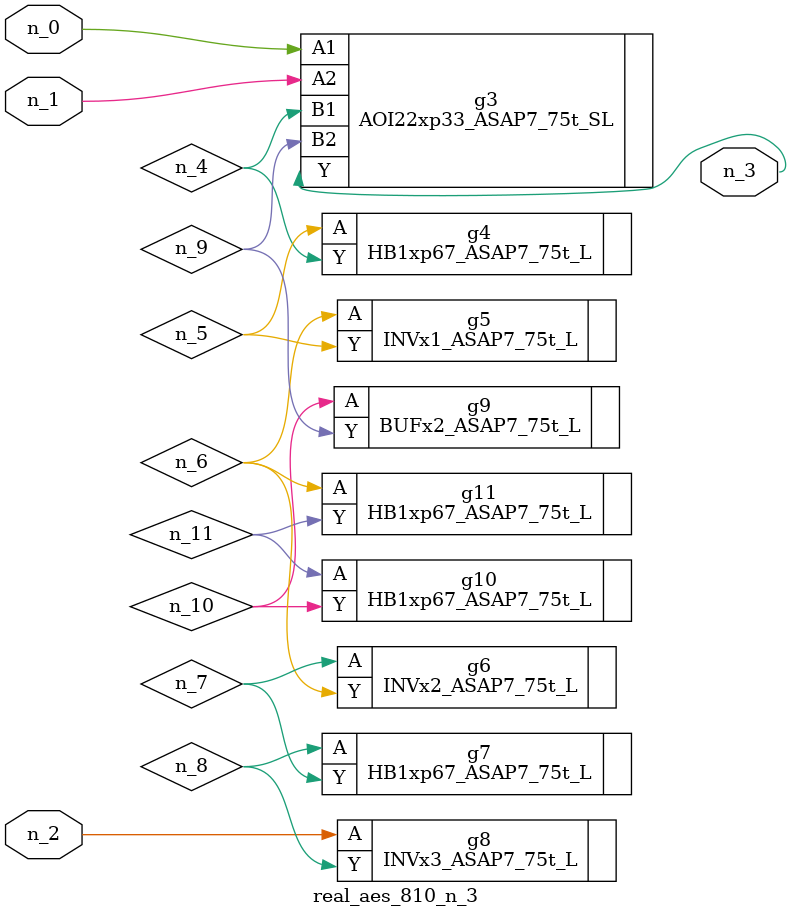
<source format=v>
module real_aes_810_n_3 (n_0, n_2, n_1, n_3);
input n_0;
input n_2;
input n_1;
output n_3;
wire n_4;
wire n_5;
wire n_7;
wire n_9;
wire n_6;
wire n_8;
wire n_10;
wire n_11;
AOI22xp33_ASAP7_75t_SL g3 ( .A1(n_0), .A2(n_1), .B1(n_4), .B2(n_9), .Y(n_3) );
INVx3_ASAP7_75t_L g8 ( .A(n_2), .Y(n_8) );
HB1xp67_ASAP7_75t_L g4 ( .A(n_5), .Y(n_4) );
INVx1_ASAP7_75t_L g5 ( .A(n_6), .Y(n_5) );
HB1xp67_ASAP7_75t_L g11 ( .A(n_6), .Y(n_11) );
INVx2_ASAP7_75t_L g6 ( .A(n_7), .Y(n_6) );
HB1xp67_ASAP7_75t_L g7 ( .A(n_8), .Y(n_7) );
BUFx2_ASAP7_75t_L g9 ( .A(n_10), .Y(n_9) );
HB1xp67_ASAP7_75t_L g10 ( .A(n_11), .Y(n_10) );
endmodule
</source>
